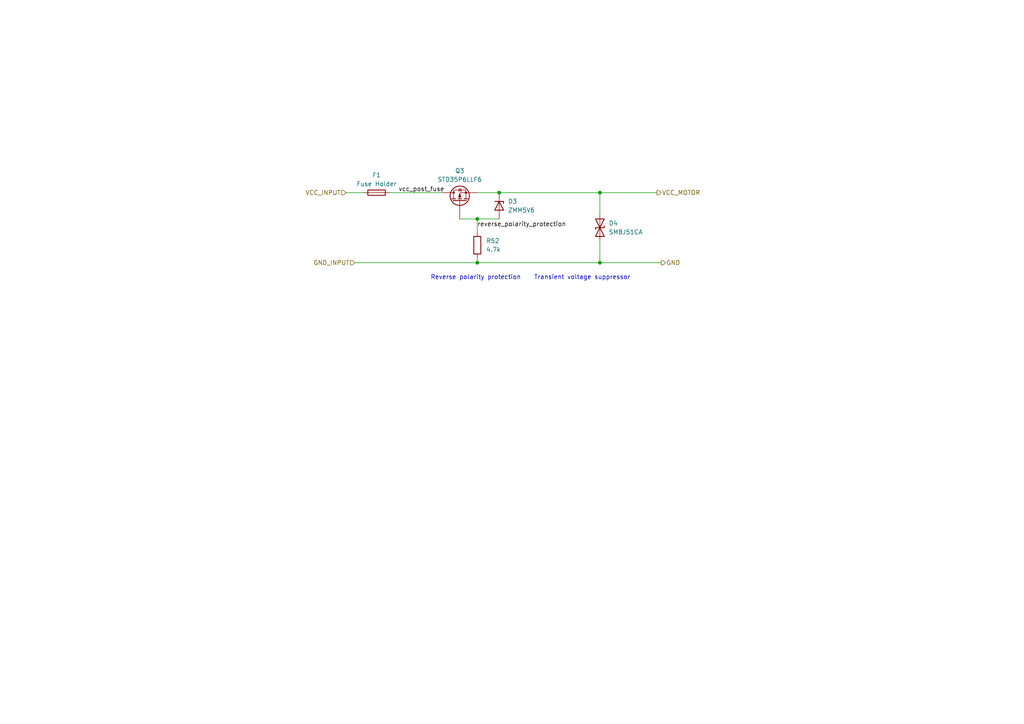
<source format=kicad_sch>
(kicad_sch (version 20211123) (generator eeschema)
  (paper "A4")
  (lib_symbols
    (symbol "Device:D_TVS" (pin_numbers hide) (pin_names (offset 1.016) hide)
      (property "Reference" "D" (at 0 2.54 0))
      (property "Value" "D_TVS" (at 0 -2.54 0))
      (symbol "D_TVS_0_1"
        (polyline (pts (xy 1.27 0) (xy -1.27 0)))
        (polyline (pts (xy 0.508 1.27) (xy 0 1.27) (xy 0 -1.27) (xy -0.508 -1.27)) (stroke (width 0.254)))
        (polyline (pts (xy -2.54 1.27) (xy -2.54 -1.27) (xy 2.54 1.27) (xy 2.54 -1.27) (xy -2.54 1.27)) (stroke (width 0.254)))
      )
      (symbol "D_TVS_1_1"
        (pin passive line (at -3.81 0 0) (length 2.54) (name "A1") (number "1"))
        (pin passive line (at 3.81 0 180) (length 2.54) (name "A2") (number "2"))
      )
    )
    (symbol "Device:Fuse" (pin_numbers hide) (pin_names (offset 0))
      (property "Reference" "F" (at 2.032 0 90))
      (property "Value" "Fuse" (at -1.905 0 90))
      (symbol "Fuse_0_1"
        (rectangle (start -0.762 -2.54) (end 0.762 2.54) (stroke (width 0.254)))
        (polyline (pts (xy 0 2.54) (xy 0 -2.54)))
      )
      (symbol "Fuse_1_1"
        (pin passive line (at 0 3.81 270) (length 1.27) (name "~") (number "1"))
        (pin passive line (at 0 -3.81 90) (length 1.27) (name "~") (number "2"))
      )
    )
    (symbol "Device:R" (pin_numbers hide) (pin_names (offset 0))
      (property "Reference" "R" (at 2.032 0 90))
      (property "Value" "R" (at 0 0 90))
      (symbol "R_0_1"
        (rectangle (start -1.016 -2.54) (end 1.016 2.54) (stroke (width 0.254)))
      )
      (symbol "R_1_1"
        (pin passive line (at 0 3.81 270) (length 1.27) (name "~") (number "1"))
        (pin passive line (at 0 -3.81 90) (length 1.27) (name "~") (number "2"))
      )
    )
    (symbol "Diode:ZMMxx" (pin_numbers hide) (pin_names (offset 1.016) hide)
      (property "Reference" "D" (at 0 2.54 0))
      (property "Value" "ZMMxx" (at 0 -2.54 0))
      (symbol "ZMMxx_0_1"
        (polyline (pts (xy 1.27 0) (xy -1.27 0)))
        (polyline (pts (xy -1.27 -1.27) (xy -1.27 1.27) (xy -0.762 1.27)) (stroke (width 0.254)))
        (polyline (pts (xy 1.27 -1.27) (xy 1.27 1.27) (xy -1.27 0) (xy 1.27 -1.27)) (stroke (width 0.254)))
      )
      (symbol "ZMMxx_1_1"
        (pin passive line (at -3.81 0 0) (length 2.54) (name "K") (number "1"))
        (pin passive line (at 3.81 0 180) (length 2.54) (name "A") (number "2"))
      )
    )
    (symbol "PersonnalSymbolLibrary:STD35P6LLF6" (pin_numbers hide) (pin_names hide)
      (property "Reference" "Q" (at -2.54 5.08 0))
      (property "Value" "STD35P6LLF6" (at -7.62 2.54 0))
      (symbol "STD35P6LLF6_0_1"
        (polyline (pts (xy 0.254 0) (xy -2.54 0)))
        (polyline (pts (xy 0.254 1.905) (xy 0.254 -1.905)) (stroke (width 0.254)))
        (polyline (pts (xy 0.762 -1.27) (xy 0.762 -2.286)) (stroke (width 0.254)))
        (polyline (pts (xy 0.762 0.508) (xy 0.762 -0.508)) (stroke (width 0.254)))
        (polyline (pts (xy 0.762 2.286) (xy 0.762 1.27)) (stroke (width 0.254)))
        (polyline (pts (xy 2.54 2.54) (xy 2.54 1.778)))
        (polyline (pts (xy 2.54 -2.54) (xy 2.54 0) (xy 0.762 0)))
        (polyline (pts (xy 0.762 1.778) (xy 3.302 1.778) (xy 3.302 -1.778) (xy 0.762 -1.778)))
        (polyline (pts (xy 2.286 0) (xy 1.27 0.381) (xy 1.27 -0.381) (xy 2.286 0)) (fill (type outline)))
        (polyline (pts (xy 2.794 -0.508) (xy 2.921 -0.381) (xy 3.683 -0.381) (xy 3.81 -0.254)))
        (polyline (pts (xy 3.302 -0.381) (xy 2.921 0.254) (xy 3.683 0.254) (xy 3.302 -0.381)))
        (circle (center 1.651 0) (radius 2.794) (stroke (width 0.254)))
        (circle (center 2.54 -1.778) (radius 0.254) (fill (type outline)))
        (circle (center 2.54 1.778) (radius 0.254) (fill (type outline)))
      )
      (symbol "STD35P6LLF6_1_1"
        (pin passive line (at -5.08 0 0) (length 2.54) (name "G") (number "1"))
        (pin passive line (at 2.54 5.08 270) (length 2.54) (name "D") (number "2"))
        (pin passive line (at 2.54 -5.08 90) (length 2.54) (name "D") (number "3"))
      )
    )
  )
  (junction (at 144.78 55.88))
  (junction (at 138.43 63.5))
  (junction (at 138.43 76.2))
  (junction (at 173.99 76.2))
  (junction (at 173.99 55.88))
  (wire (pts (xy 138.43 63.5) (xy 133.35 63.5)))
  (wire (pts (xy 138.43 67.31) (xy 138.43 63.5)))
  (wire (pts (xy 100.33 55.88) (xy 105.41 55.88)))
  (wire (pts (xy 173.99 69.85) (xy 173.99 76.2)))
  (wire (pts (xy 138.43 74.93) (xy 138.43 76.2)))
  (wire (pts (xy 138.43 55.88) (xy 144.78 55.88)))
  (wire (pts (xy 144.78 55.88) (xy 173.99 55.88)))
  (wire (pts (xy 173.99 55.88) (xy 190.5 55.88)))
  (wire (pts (xy 113.03 55.88) (xy 128.27 55.88)))
  (wire (pts (xy 138.43 63.5) (xy 144.78 63.5)))
  (wire (pts (xy 102.87 76.2) (xy 138.43 76.2)))
  (wire (pts (xy 138.43 76.2) (xy 173.99 76.2)))
  (wire (pts (xy 173.99 76.2) (xy 191.77 76.2)))
  (wire (pts (xy 173.99 55.88) (xy 173.99 62.23)))
  (text "Reverse polarity protection\n" (at 151.13 81.28 180) (effects (font (size 1.27 1.27)) (justify right bottom)))
  (text "Transient voltage suppressor\n" (at 182.88 81.28 180) (effects (font (size 1.27 1.27)) (justify right bottom)))
  (label "reverse_polarity_protection" (at 138.43 66.04 0))
  (label "vcc_post_fuse" (at 115.57 55.88 0))
  (hierarchical_label "VCC_INPUT" (shape input) (at 100.33 55.88 180))
  (hierarchical_label "VCC_MOTOR" (shape output) (at 190.5 55.88 0))
  (hierarchical_label "GND_INPUT" (shape input) (at 102.87 76.2 180))
  (hierarchical_label "GND" (shape output) (at 191.77 76.2 0))
  (symbol (lib_id "PersonnalSymbolLibrary:STD35P6LLF6") (at 133.35 58.42 90) (unit 1)
    (property "Reference" "Q3" (at 133.35 49.53 90))
    (property "Value" "STD35P6LLF6" (at 133.35 52.07 90))
    (property "Footprint" "Package_TO_SOT_SMD:TO-252-2" (effects hide))
    (property "Datasheet" "https://datasheet.lcsc.com/lcsc/1806131012_STMicroelectronics-STD35P6LLF6_C165929.pdf" (effects hide))
    (property "LCSC" "C165929" (effects hide))
  )
  (symbol (lib_id "Device:R") (at 138.43 71.12 0) (unit 1)
    (property "Reference" "R52" (at 140.97 69.8499 0) (effects (justify left)))
    (property "Value" "4.7k" (at 140.97 72.3899 0) (effects (justify left)))
    (property "Footprint" "Resistor_SMD:R_0805_2012Metric" (effects hide))
    (property "LCSC" "C17673" (effects hide))
  )
  (symbol (lib_id "Device:Fuse") (at 109.22 55.88 90) (unit 1)
    (property "Reference" "F1" (at 109.22 50.8 90))
    (property "Value" "Fuse Holder" (at 109.22 53.34 90))
    (property "Footprint" "PersonnalFootprintLibrary:Fuse_Littelfuse_178.6764.0001" (effects hide))
    (property "LCSC" "C142933" (effects hide))
  )
  (symbol (lib_id "Device:D_TVS") (at 173.99 66.04 270) (mirror x) (unit 1)
    (property "Reference" "D4" (at 176.53 64.7699 90) (effects (justify left)))
    (property "Value" "SMBJ51CA" (at 176.53 67.3099 90) (effects (justify left)))
    (property "Footprint" "Diode_SMD:D_SMB" (effects hide))
    (property "LCSC" "C151265" (effects hide))
  )
  (symbol (lib_id "Diode:ZMMxx") (at 144.78 59.69 270) (unit 1)
    (property "Reference" "D3" (at 147.32 58.4199 90) (effects (justify left)))
    (property "Value" "ZMM5V6" (at 147.32 60.9599 90) (effects (justify left)))
    (property "Footprint" "Diode_SMD:D_MiniMELF" (effects hide))
    (property "Datasheet" "https://diotec.com/tl_files/diotec/files/pdf/datasheets/zmm1.pdf" (effects hide))
    (property "LCSC" "C8062" (effects hide))
  )
)
</source>
